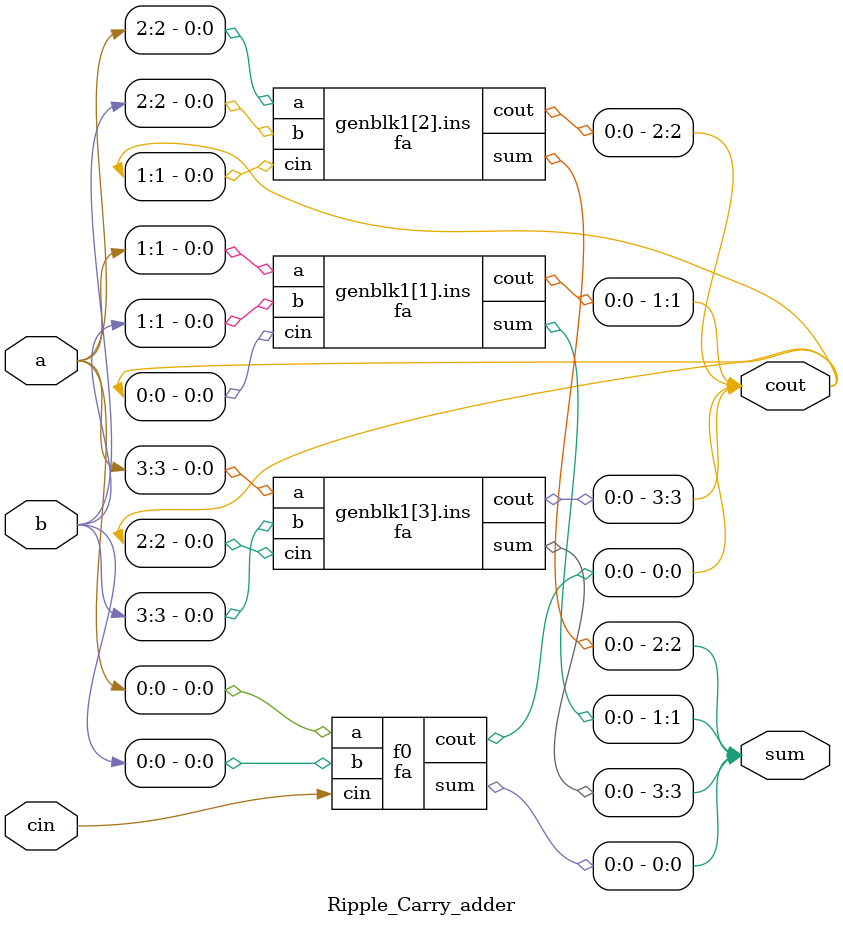
<source format=v>
module fa(input a,b,cin,output  sum,cout);
  assign sum=a^b^cin;
  assign cout=(a&b)|(b&cin)|(a&cin);
endmodule

module Ripple_Carry_adder(input [3:0] a,b,
                          input cin,
                          output [3:0] sum,cout);
  
  parameter size=4;
  fa f0(a[0],b[0],cin,sum[0],cout[0]);
  genvar i;
  generate 
    for(i=1;i<size;i++)
      begin
        fa ins(a[i],b[i],cout[i-1],sum[i],cout[i]);
      end
  endgenerate
endmodule

</source>
